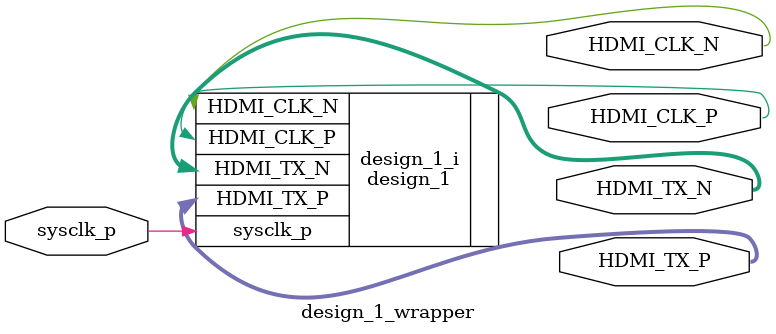
<source format=v>
`timescale 1 ps / 1 ps

module design_1_wrapper
   (HDMI_CLK_N,
    HDMI_CLK_P,
    HDMI_TX_N,
    HDMI_TX_P,
    sysclk_p);
  output HDMI_CLK_N;
  output HDMI_CLK_P;
  output [2:0]HDMI_TX_N;
  output [2:0]HDMI_TX_P;
  input sysclk_p;

  wire HDMI_CLK_N;
  wire HDMI_CLK_P;
  wire [2:0]HDMI_TX_N;
  wire [2:0]HDMI_TX_P;
  wire sysclk_p;

  design_1 design_1_i
       (.HDMI_CLK_N(HDMI_CLK_N),
        .HDMI_CLK_P(HDMI_CLK_P),
        .HDMI_TX_N(HDMI_TX_N),
        .HDMI_TX_P(HDMI_TX_P),
        .sysclk_p(sysclk_p));
endmodule

</source>
